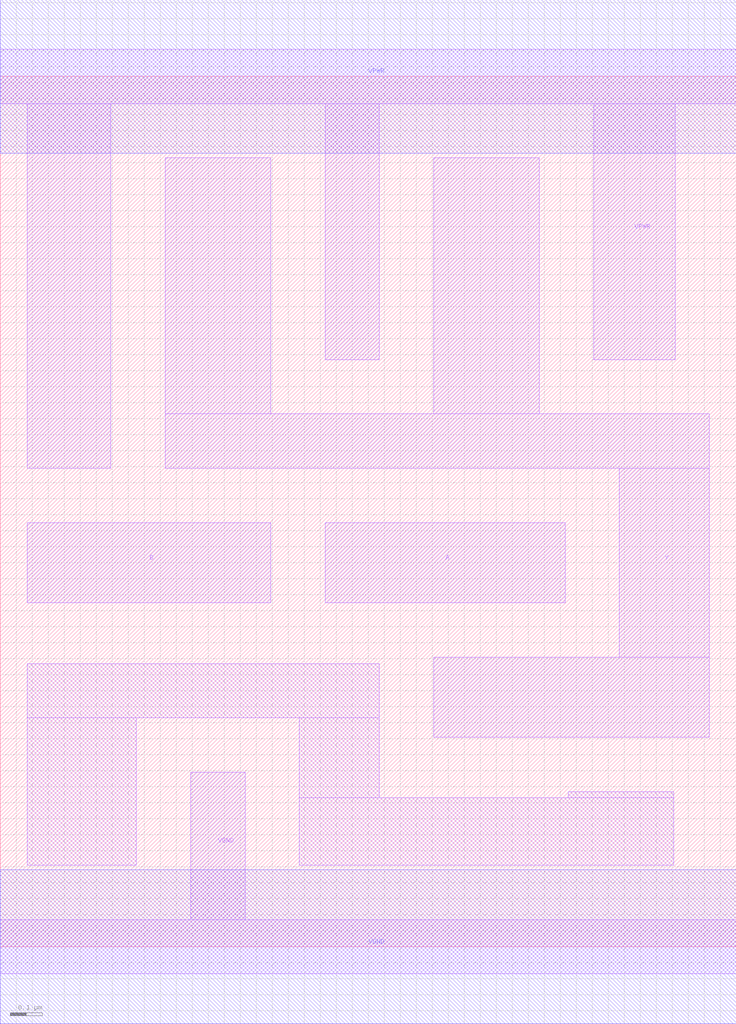
<source format=lef>
# Copyright 2020 The SkyWater PDK Authors
#
# Licensed under the Apache License, Version 2.0 (the "License");
# you may not use this file except in compliance with the License.
# You may obtain a copy of the License at
#
#     https://www.apache.org/licenses/LICENSE-2.0
#
# Unless required by applicable law or agreed to in writing, software
# distributed under the License is distributed on an "AS IS" BASIS,
# WITHOUT WARRANTIES OR CONDITIONS OF ANY KIND, either express or implied.
# See the License for the specific language governing permissions and
# limitations under the License.
#
# SPDX-License-Identifier: Apache-2.0

VERSION 5.5 ;
NAMESCASESENSITIVE ON ;
BUSBITCHARS "[]" ;
DIVIDERCHAR "/" ;
MACRO sky130_fd_sc_hd__nand2_2
  CLASS CORE ;
  SOURCE USER ;
  ORIGIN  0.000000  0.000000 ;
  SIZE  2.300000 BY  2.720000 ;
  SYMMETRY X Y R90 ;
  SITE unithd ;
  PIN A
    ANTENNAGATEAREA  0.495000 ;
    DIRECTION INPUT ;
    USE SIGNAL ;
    PORT
      LAYER li1 ;
        RECT 1.015000 1.075000 1.765000 1.325000 ;
    END
  END A
  PIN B
    ANTENNAGATEAREA  0.495000 ;
    DIRECTION INPUT ;
    USE SIGNAL ;
    PORT
      LAYER li1 ;
        RECT 0.085000 1.075000 0.845000 1.325000 ;
    END
  END B
  PIN Y
    ANTENNADIFFAREA  0.715500 ;
    DIRECTION OUTPUT ;
    USE SIGNAL ;
    PORT
      LAYER li1 ;
        RECT 0.515000 1.495000 2.215000 1.665000 ;
        RECT 0.515000 1.665000 0.845000 2.465000 ;
        RECT 1.355000 0.655000 2.215000 0.905000 ;
        RECT 1.355000 1.665000 1.685000 2.465000 ;
        RECT 1.935000 0.905000 2.215000 1.495000 ;
    END
  END Y
  PIN VGND
    DIRECTION INOUT ;
    SHAPE ABUTMENT ;
    USE GROUND ;
    PORT
      LAYER li1 ;
        RECT 0.000000 -0.085000 2.300000 0.085000 ;
        RECT 0.595000  0.085000 0.765000 0.545000 ;
    END
    PORT
      LAYER met1 ;
        RECT 0.000000 -0.240000 2.300000 0.240000 ;
    END
  END VGND
  PIN VPWR
    DIRECTION INOUT ;
    SHAPE ABUTMENT ;
    USE POWER ;
    PORT
      LAYER li1 ;
        RECT 0.000000 2.635000 2.300000 2.805000 ;
        RECT 0.085000 1.495000 0.345000 2.635000 ;
        RECT 1.015000 1.835000 1.185000 2.635000 ;
        RECT 1.855000 1.835000 2.110000 2.635000 ;
    END
    PORT
      LAYER met1 ;
        RECT 0.000000 2.480000 2.300000 2.960000 ;
    END
  END VPWR
  OBS
    LAYER li1 ;
      RECT 0.085000 0.255000 0.425000 0.715000 ;
      RECT 0.085000 0.715000 1.185000 0.885000 ;
      RECT 0.935000 0.255000 2.105000 0.465000 ;
      RECT 0.935000 0.465000 1.185000 0.715000 ;
      RECT 1.775000 0.465000 2.105000 0.485000 ;
  END
END sky130_fd_sc_hd__nand2_2

</source>
